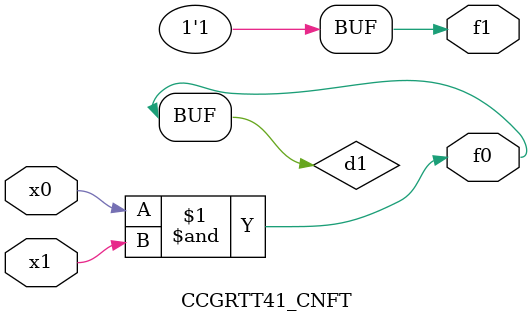
<source format=v>
module CCGRTT41_CNFT(
	input x0, x1,
	output f0, f1
);

	wire d1;

	assign f0 = d1;
	and (d1, x0, x1);
	assign f1 = 1'b1;
endmodule

</source>
